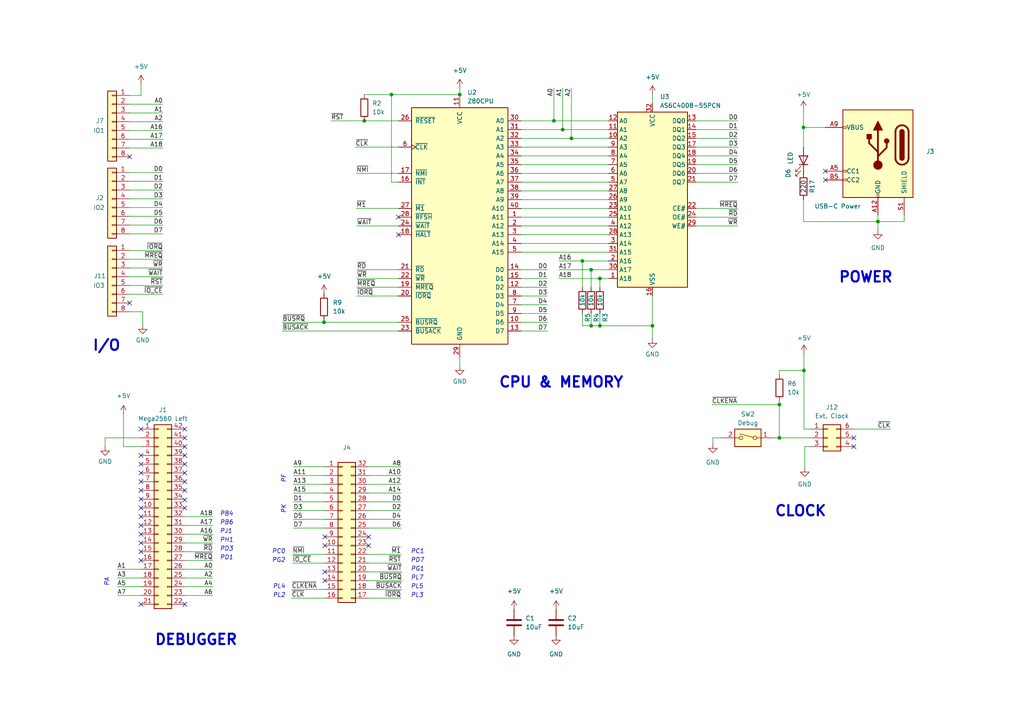
<source format=kicad_sch>
(kicad_sch (version 20230121) (generator eeschema)
  (paper "A4")
  (lib_symbols
    (symbol "CPU:Z80CPU" (pin_names (offset 1.016))
      (property "Reference" "U" (at -13.97 35.56 0))
      (property "Value" "Z80CPU" (at 6.35 35.56 0))
      (symbol "Z80CPU_0_1"
        (rectangle (start -13.97 34.29) (end 13.97 -34.29) (stroke (width 0.254)) (fill (type background)))
      )
      (symbol "Z80CPU_1_1"
        (pin output line (at 17.78 2.54 180) (length 3.81) (name "A11") (number "1"))
        (pin bidirectional line (at 17.78 -27.94 180) (length 3.81) (name "D6") (number "10"))
        (pin power_in line (at 0 38.1 270) (length 3.81) (name "VCC") (number "11"))
        (pin bidirectional line (at 17.78 -17.78 180) (length 3.81) (name "D2") (number "12"))
        (pin bidirectional line (at 17.78 -30.48 180) (length 3.81) (name "D7") (number "13"))
        (pin bidirectional line (at 17.78 -12.7 180) (length 3.81) (name "D0") (number "14"))
        (pin bidirectional line (at 17.78 -15.24 180) (length 3.81) (name "D1") (number "15"))
        (pin input line (at -17.78 12.7 0) (length 3.81) (name "~{INT}") (number "16"))
        (pin input line (at -17.78 15.24 0) (length 3.81) (name "~{NMI}") (number "17"))
        (pin output line (at -17.78 -2.54 0) (length 3.81) (name "~{HALT}") (number "18"))
        (pin output line (at -17.78 -17.78 0) (length 3.81) (name "~{MREQ}") (number "19"))
        (pin output line (at 17.78 0 180) (length 3.81) (name "A12") (number "2"))
        (pin output line (at -17.78 -20.32 0) (length 3.81) (name "~{IORQ}") (number "20"))
        (pin output line (at -17.78 -12.7 0) (length 3.81) (name "~{RD}") (number "21"))
        (pin output line (at -17.78 -15.24 0) (length 3.81) (name "~{WR}") (number "22"))
        (pin output line (at -17.78 -30.48 0) (length 3.81) (name "~{BUSACK}") (number "23"))
        (pin input line (at -17.78 0 0) (length 3.81) (name "~{WAIT}") (number "24"))
        (pin input line (at -17.78 -27.94 0) (length 3.81) (name "~{BUSRQ}") (number "25"))
        (pin input line (at -17.78 30.48 0) (length 3.81) (name "~{RESET}") (number "26"))
        (pin output line (at -17.78 5.08 0) (length 3.81) (name "~{M1}") (number "27"))
        (pin output line (at -17.78 2.54 0) (length 3.81) (name "~{RFSH}") (number "28"))
        (pin power_in line (at 0 -38.1 90) (length 3.81) (name "GND") (number "29"))
        (pin output line (at 17.78 -2.54 180) (length 3.81) (name "A13") (number "3"))
        (pin output line (at 17.78 30.48 180) (length 3.81) (name "A0") (number "30"))
        (pin output line (at 17.78 27.94 180) (length 3.81) (name "A1") (number "31"))
        (pin output line (at 17.78 25.4 180) (length 3.81) (name "A2") (number "32"))
        (pin output line (at 17.78 22.86 180) (length 3.81) (name "A3") (number "33"))
        (pin output line (at 17.78 20.32 180) (length 3.81) (name "A4") (number "34"))
        (pin output line (at 17.78 17.78 180) (length 3.81) (name "A5") (number "35"))
        (pin output line (at 17.78 15.24 180) (length 3.81) (name "A6") (number "36"))
        (pin output line (at 17.78 12.7 180) (length 3.81) (name "A7") (number "37"))
        (pin output line (at 17.78 10.16 180) (length 3.81) (name "A8") (number "38"))
        (pin output line (at 17.78 7.62 180) (length 3.81) (name "A9") (number "39"))
        (pin output line (at 17.78 -5.08 180) (length 3.81) (name "A14") (number "4"))
        (pin output line (at 17.78 5.08 180) (length 3.81) (name "A10") (number "40"))
        (pin output line (at 17.78 -7.62 180) (length 3.81) (name "A15") (number "5"))
        (pin input clock (at -17.78 22.86 0) (length 3.81) (name "~{CLK}") (number "6"))
        (pin bidirectional line (at 17.78 -22.86 180) (length 3.81) (name "D4") (number "7"))
        (pin bidirectional line (at 17.78 -20.32 180) (length 3.81) (name "D3") (number "8"))
        (pin bidirectional line (at 17.78 -25.4 180) (length 3.81) (name "D5") (number "9"))
      )
    )
    (symbol "Connector:USB_C_Receptacle_PowerOnly_6P" (pin_names (offset 1.016))
      (property "Reference" "J" (at 0 16.51 0))
      (property "Value" "USB_C_Receptacle_PowerOnly_6P" (at 0 13.97 0))
      (symbol "USB_C_Receptacle_PowerOnly_6P_0_0"
        (rectangle (start -0.254 -12.7) (end 0.254 -11.684))
        (rectangle (start 10.16 -7.366) (end 9.144 -7.874))
        (rectangle (start 10.16 -4.826) (end 9.144 -5.334))
        (rectangle (start 10.16 7.874) (end 9.144 7.366))
      )
      (symbol "USB_C_Receptacle_PowerOnly_6P_0_1"
        (rectangle (start -10.16 12.7) (end 10.16 -12.7) (stroke (width 0.254)) (fill (type background)))
        (arc (start -8.89 -1.27) (mid -6.985 -3.1667) (end -5.08 -1.27) (stroke (width 0.508)))
        (arc (start -7.62 -1.27) (mid -6.985 -1.9023) (end -6.35 -1.27) (stroke (width 0.254)))
        (arc (start -7.62 -1.27) (mid -6.985 -1.9023) (end -6.35 -1.27) (stroke (width 0.254)) (fill (type outline)))
        (rectangle (start -7.62 -1.27) (end -6.35 6.35) (stroke (width 0.254)) (fill (type outline)))
        (arc (start -6.35 6.35) (mid -6.985 6.9823) (end -7.62 6.35) (stroke (width 0.254)))
        (arc (start -6.35 6.35) (mid -6.985 6.9823) (end -7.62 6.35) (stroke (width 0.254)) (fill (type outline)))
        (arc (start -5.08 6.35) (mid -6.985 8.2467) (end -8.89 6.35) (stroke (width 0.508)))
        (circle (center -2.54 3.683) (radius 0.635) (stroke (width 0.254)) (fill (type outline)))
        (circle (center 0 -3.302) (radius 1.27) (fill (type outline)))
        (polyline (pts (xy -8.89 -1.27) (xy -8.89 6.35)) (stroke (width 0.508)))
        (polyline (pts (xy -5.08 6.35) (xy -5.08 -1.27)) (stroke (width 0.508)))
        (polyline (pts (xy 0 -3.302) (xy 0 6.858)) (stroke (width 0.508)))
        (polyline (pts (xy 0 -0.762) (xy -2.54 1.778) (xy -2.54 3.048)) (stroke (width 0.508)))
        (polyline (pts (xy 0 0.508) (xy 2.54 3.048) (xy 2.54 4.318)) (stroke (width 0.508)))
        (polyline (pts (xy -1.27 6.858) (xy 0 9.398) (xy 1.27 6.858) (xy -1.27 6.858)) (stroke (width 0.254)) (fill (type outline)))
        (rectangle (start 1.905 4.318) (end 3.175 5.588) (stroke (width 0.254)) (fill (type outline)))
      )
      (symbol "USB_C_Receptacle_PowerOnly_6P_1_1"
        (pin passive line (at 0 -17.78 90) (length 5.08) (name "GND") (number "A12"))
        (pin bidirectional line (at 15.24 -5.08 180) (length 5.08) (name "CC1") (number "A5"))
        (pin passive line (at 15.24 7.62 180) (length 5.08) (name "VBUS") (number "A9"))
        (pin passive line (at 0 -17.78 90) (length 5.08) hide (name "GND") (number "B12"))
        (pin bidirectional line (at 15.24 -7.62 180) (length 5.08) (name "CC2") (number "B5"))
        (pin passive line (at 15.24 7.62 180) (length 5.08) hide (name "VBUS") (number "B9"))
        (pin passive line (at -7.62 -17.78 90) (length 5.08) (name "SHIELD") (number "S1"))
      )
    )
    (symbol "Connector_Generic:Conn_01x08" (pin_names (offset 1.016) hide)
      (property "Reference" "J" (at 0 10.16 0))
      (property "Value" "Conn_01x08" (at 0 -12.7 0))
      (symbol "Conn_01x08_1_1"
        (rectangle (start -1.27 -10.033) (end 0 -10.287) (stroke (width 0.1524)))
        (rectangle (start -1.27 -7.493) (end 0 -7.747) (stroke (width 0.1524)))
        (rectangle (start -1.27 -4.953) (end 0 -5.207) (stroke (width 0.1524)))
        (rectangle (start -1.27 -2.413) (end 0 -2.667) (stroke (width 0.1524)))
        (rectangle (start -1.27 0.127) (end 0 -0.127) (stroke (width 0.1524)))
        (rectangle (start -1.27 2.667) (end 0 2.413) (stroke (width 0.1524)))
        (rectangle (start -1.27 5.207) (end 0 4.953) (stroke (width 0.1524)))
        (rectangle (start -1.27 7.747) (end 0 7.493) (stroke (width 0.1524)))
        (rectangle (start -1.27 8.89) (end 1.27 -11.43) (stroke (width 0.254)) (fill (type background)))
        (pin passive line (at -5.08 7.62 0) (length 3.81) (name "Pin_1") (number "1"))
        (pin passive line (at -5.08 5.08 0) (length 3.81) (name "Pin_2") (number "2"))
        (pin passive line (at -5.08 2.54 0) (length 3.81) (name "Pin_3") (number "3"))
        (pin passive line (at -5.08 0 0) (length 3.81) (name "Pin_4") (number "4"))
        (pin passive line (at -5.08 -2.54 0) (length 3.81) (name "Pin_5") (number "5"))
        (pin passive line (at -5.08 -5.08 0) (length 3.81) (name "Pin_6") (number "6"))
        (pin passive line (at -5.08 -7.62 0) (length 3.81) (name "Pin_7") (number "7"))
        (pin passive line (at -5.08 -10.16 0) (length 3.81) (name "Pin_8") (number "8"))
      )
    )
    (symbol "Connector_Generic:Conn_02x03_Counter_Clockwise" (pin_names (offset 1.016) hide)
      (property "Reference" "J" (at 1.27 5.08 0))
      (property "Value" "Conn_02x03_Counter_Clockwise" (at 1.27 -5.08 0))
      (symbol "Conn_02x03_Counter_Clockwise_1_1"
        (rectangle (start -1.27 -2.413) (end 0 -2.667) (stroke (width 0.1524)))
        (rectangle (start -1.27 0.127) (end 0 -0.127) (stroke (width 0.1524)))
        (rectangle (start -1.27 2.667) (end 0 2.413) (stroke (width 0.1524)))
        (rectangle (start -1.27 3.81) (end 3.81 -3.81) (stroke (width 0.254)) (fill (type background)))
        (rectangle (start 3.81 -2.413) (end 2.54 -2.667) (stroke (width 0.1524)))
        (rectangle (start 3.81 0.127) (end 2.54 -0.127) (stroke (width 0.1524)))
        (rectangle (start 3.81 2.667) (end 2.54 2.413) (stroke (width 0.1524)))
        (pin passive line (at -5.08 2.54 0) (length 3.81) (name "Pin_1") (number "1"))
        (pin passive line (at -5.08 0 0) (length 3.81) (name "Pin_2") (number "2"))
        (pin passive line (at -5.08 -2.54 0) (length 3.81) (name "Pin_3") (number "3"))
        (pin passive line (at 7.62 -2.54 180) (length 3.81) (name "Pin_4") (number "4"))
        (pin passive line (at 7.62 0 180) (length 3.81) (name "Pin_5") (number "5"))
        (pin passive line (at 7.62 2.54 180) (length 3.81) (name "Pin_6") (number "6"))
      )
    )
    (symbol "Connector_Generic:Conn_02x16_Counter_Clockwise" (pin_names (offset 1.016) hide)
      (property "Reference" "J" (at 1.27 20.32 0))
      (property "Value" "Conn_02x16_Counter_Clockwise" (at 1.27 -22.86 0))
      (symbol "Conn_02x16_Counter_Clockwise_1_1"
        (rectangle (start -1.27 -20.193) (end 0 -20.447) (stroke (width 0.1524)))
        (rectangle (start -1.27 -17.653) (end 0 -17.907) (stroke (width 0.1524)))
        (rectangle (start -1.27 -15.113) (end 0 -15.367) (stroke (width 0.1524)))
        (rectangle (start -1.27 -12.573) (end 0 -12.827) (stroke (width 0.1524)))
        (rectangle (start -1.27 -10.033) (end 0 -10.287) (stroke (width 0.1524)))
        (rectangle (start -1.27 -7.493) (end 0 -7.747) (stroke (width 0.1524)))
        (rectangle (start -1.27 -4.953) (end 0 -5.207) (stroke (width 0.1524)))
        (rectangle (start -1.27 -2.413) (end 0 -2.667) (stroke (width 0.1524)))
        (rectangle (start -1.27 0.127) (end 0 -0.127) (stroke (width 0.1524)))
        (rectangle (start -1.27 2.667) (end 0 2.413) (stroke (width 0.1524)))
        (rectangle (start -1.27 5.207) (end 0 4.953) (stroke (width 0.1524)))
        (rectangle (start -1.27 7.747) (end 0 7.493) (stroke (width 0.1524)))
        (rectangle (start -1.27 10.287) (end 0 10.033) (stroke (width 0.1524)))
        (rectangle (start -1.27 12.827) (end 0 12.573) (stroke (width 0.1524)))
        (rectangle (start -1.27 15.367) (end 0 15.113) (stroke (width 0.1524)))
        (rectangle (start -1.27 17.907) (end 0 17.653) (stroke (width 0.1524)))
        (rectangle (start -1.27 19.05) (end 3.81 -21.59) (stroke (width 0.254)) (fill (type background)))
        (rectangle (start 3.81 -20.193) (end 2.54 -20.447) (stroke (width 0.1524)))
        (rectangle (start 3.81 -17.653) (end 2.54 -17.907) (stroke (width 0.1524)))
        (rectangle (start 3.81 -15.113) (end 2.54 -15.367) (stroke (width 0.1524)))
        (rectangle (start 3.81 -12.573) (end 2.54 -12.827) (stroke (width 0.1524)))
        (rectangle (start 3.81 -10.033) (end 2.54 -10.287) (stroke (width 0.1524)))
        (rectangle (start 3.81 -7.493) (end 2.54 -7.747) (stroke (width 0.1524)))
        (rectangle (start 3.81 -4.953) (end 2.54 -5.207) (stroke (width 0.1524)))
        (rectangle (start 3.81 -2.413) (end 2.54 -2.667) (stroke (width 0.1524)))
        (rectangle (start 3.81 0.127) (end 2.54 -0.127) (stroke (width 0.1524)))
        (rectangle (start 3.81 2.667) (end 2.54 2.413) (stroke (width 0.1524)))
        (rectangle (start 3.81 5.207) (end 2.54 4.953) (stroke (width 0.1524)))
        (rectangle (start 3.81 7.747) (end 2.54 7.493) (stroke (width 0.1524)))
        (rectangle (start 3.81 10.287) (end 2.54 10.033) (stroke (width 0.1524)))
        (rectangle (start 3.81 12.827) (end 2.54 12.573) (stroke (width 0.1524)))
        (rectangle (start 3.81 15.367) (end 2.54 15.113) (stroke (width 0.1524)))
        (rectangle (start 3.81 17.907) (end 2.54 17.653) (stroke (width 0.1524)))
        (pin passive line (at -5.08 17.78 0) (length 3.81) (name "Pin_1") (number "1"))
        (pin passive line (at -5.08 -5.08 0) (length 3.81) (name "Pin_10") (number "10"))
        (pin passive line (at -5.08 -7.62 0) (length 3.81) (name "Pin_11") (number "11"))
        (pin passive line (at -5.08 -10.16 0) (length 3.81) (name "Pin_12") (number "12"))
        (pin passive line (at -5.08 -12.7 0) (length 3.81) (name "Pin_13") (number "13"))
        (pin passive line (at -5.08 -15.24 0) (length 3.81) (name "Pin_14") (number "14"))
        (pin passive line (at -5.08 -17.78 0) (length 3.81) (name "Pin_15") (number "15"))
        (pin passive line (at -5.08 -20.32 0) (length 3.81) (name "Pin_16") (number "16"))
        (pin passive line (at 7.62 -20.32 180) (length 3.81) (name "Pin_17") (number "17"))
        (pin passive line (at 7.62 -17.78 180) (length 3.81) (name "Pin_18") (number "18"))
        (pin passive line (at 7.62 -15.24 180) (length 3.81) (name "Pin_19") (number "19"))
        (pin passive line (at -5.08 15.24 0) (length 3.81) (name "Pin_2") (number "2"))
        (pin passive line (at 7.62 -12.7 180) (length 3.81) (name "Pin_20") (number "20"))
        (pin passive line (at 7.62 -10.16 180) (length 3.81) (name "Pin_21") (number "21"))
        (pin passive line (at 7.62 -7.62 180) (length 3.81) (name "Pin_22") (number "22"))
        (pin passive line (at 7.62 -5.08 180) (length 3.81) (name "Pin_23") (number "23"))
        (pin passive line (at 7.62 -2.54 180) (length 3.81) (name "Pin_24") (number "24"))
        (pin passive line (at 7.62 0 180) (length 3.81) (name "Pin_25") (number "25"))
        (pin passive line (at 7.62 2.54 180) (length 3.81) (name "Pin_26") (number "26"))
        (pin passive line (at 7.62 5.08 180) (length 3.81) (name "Pin_27") (number "27"))
        (pin passive line (at 7.62 7.62 180) (length 3.81) (name "Pin_28") (number "28"))
        (pin passive line (at 7.62 10.16 180) (length 3.81) (name "Pin_29") (number "29"))
        (pin passive line (at -5.08 12.7 0) (length 3.81) (name "Pin_3") (number "3"))
        (pin passive line (at 7.62 12.7 180) (length 3.81) (name "Pin_30") (number "30"))
        (pin passive line (at 7.62 15.24 180) (length 3.81) (name "Pin_31") (number "31"))
        (pin passive line (at 7.62 17.78 180) (length 3.81) (name "Pin_32") (number "32"))
        (pin passive line (at -5.08 10.16 0) (length 3.81) (name "Pin_4") (number "4"))
        (pin passive line (at -5.08 7.62 0) (length 3.81) (name "Pin_5") (number "5"))
        (pin passive line (at -5.08 5.08 0) (length 3.81) (name "Pin_6") (number "6"))
        (pin passive line (at -5.08 2.54 0) (length 3.81) (name "Pin_7") (number "7"))
        (pin passive line (at -5.08 0 0) (length 3.81) (name "Pin_8") (number "8"))
        (pin passive line (at -5.08 -2.54 0) (length 3.81) (name "Pin_9") (number "9"))
      )
    )
    (symbol "Connector_Generic:Conn_02x21_Counter_Clockwise" (pin_names (offset 1.016) hide)
      (property "Reference" "J" (at 1.27 27.94 0))
      (property "Value" "Conn_02x21_Counter_Clockwise" (at 1.27 -27.94 0))
      (symbol "Conn_02x21_Counter_Clockwise_1_1"
        (rectangle (start -1.27 -25.273) (end 0 -25.527) (stroke (width 0.1524)))
        (rectangle (start -1.27 -22.733) (end 0 -22.987) (stroke (width 0.1524)))
        (rectangle (start -1.27 -20.193) (end 0 -20.447) (stroke (width 0.1524)))
        (rectangle (start -1.27 -17.653) (end 0 -17.907) (stroke (width 0.1524)))
        (rectangle (start -1.27 -15.113) (end 0 -15.367) (stroke (width 0.1524)))
        (rectangle (start -1.27 -12.573) (end 0 -12.827) (stroke (width 0.1524)))
        (rectangle (start -1.27 -10.033) (end 0 -10.287) (stroke (width 0.1524)))
        (rectangle (start -1.27 -7.493) (end 0 -7.747) (stroke (width 0.1524)))
        (rectangle (start -1.27 -4.953) (end 0 -5.207) (stroke (width 0.1524)))
        (rectangle (start -1.27 -2.413) (end 0 -2.667) (stroke (width 0.1524)))
        (rectangle (start -1.27 0.127) (end 0 -0.127) (stroke (width 0.1524)))
        (rectangle (start -1.27 2.667) (end 0 2.413) (stroke (width 0.1524)))
        (rectangle (start -1.27 5.207) (end 0 4.953) (stroke (width 0.1524)))
        (rectangle (start -1.27 7.747) (end 0 7.493) (stroke (width 0.1524)))
        (rectangle (start -1.27 10.287) (end 0 10.033) (stroke (width 0.1524)))
        (rectangle (start -1.27 12.827) (end 0 12.573) (stroke (width 0.1524)))
        (rectangle (start -1.27 15.367) (end 0 15.113) (stroke (width 0.1524)))
        (rectangle (start -1.27 17.907) (end 0 17.653) (stroke (width 0.1524)))
        (rectangle (start -1.27 20.447) (end 0 20.193) (stroke (width 0.1524)))
        (rectangle (start -1.27 22.987) (end 0 22.733) (stroke (width 0.1524)))
        (rectangle (start -1.27 25.527) (end 0 25.273) (stroke (width 0.1524)))
        (rectangle (start -1.27 26.67) (end 3.81 -26.67) (stroke (width 0.254)) (fill (type background)))
        (rectangle (start 3.81 -25.273) (end 2.54 -25.527) (stroke (width 0.1524)))
        (rectangle (start 3.81 -22.733) (end 2.54 -22.987) (stroke (width 0.1524)))
        (rectangle (start 3.81 -20.193) (end 2.54 -20.447) (stroke (width 0.1524)))
        (rectangle (start 3.81 -17.653) (end 2.54 -17.907) (stroke (width 0.1524)))
        (rectangle (start 3.81 -15.113) (end 2.54 -15.367) (stroke (width 0.1524)))
        (rectangle (start 3.81 -12.573) (end 2.54 -12.827) (stroke (width 0.1524)))
        (rectangle (start 3.81 -10.033) (end 2.54 -10.287) (stroke (width 0.1524)))
        (rectangle (start 3.81 -7.493) (end 2.54 -7.747) (stroke (width 0.1524)))
        (rectangle (start 3.81 -4.953) (end 2.54 -5.207) (stroke (width 0.1524)))
        (rectangle (start 3.81 -2.413) (end 2.54 -2.667) (stroke (width 0.1524)))
        (rectangle (start 3.81 0.127) (end 2.54 -0.127) (stroke (width 0.1524)))
        (rectangle (start 3.81 2.667) (end 2.54 2.413) (stroke (width 0.1524)))
        (rectangle (start 3.81 5.207) (end 2.54 4.953) (stroke (width 0.1524)))
        (rectangle (start 3.81 7.747) (end 2.54 7.493) (stroke (width 0.1524)))
        (rectangle (start 3.81 10.287) (end 2.54 10.033) (stroke (width 0.1524)))
        (rectangle (start 3.81 12.827) (end 2.54 12.573) (stroke (width 0.1524)))
        (rectangle (start 3.81 15.367) (end 2.54 15.113) (stroke (width 0.1524)))
        (rectangle (start 3.81 17.907) (end 2.54 17.653) (stroke (width 0.1524)))
        (rectangle (start 3.81 20.447) (end 2.54 20.193) (stroke (width 0.1524)))
        (rectangle (start 3.81 22.987) (end 2.54 22.733) (stroke (width 0.1524)))
        (rectangle (start 3.81 25.527) (end 2.54 25.273) (stroke (width 0.1524)))
        (pin passive line (at -5.08 25.4 0) (length 3.81) (name "Pin_1") (number "1"))
        (pin passive line (at -5.08 2.54 0) (length 3.81) (name "Pin_10") (number "10"))
        (pin passive line (at -5.08 0 0) (length 3.81) (name "Pin_11") (number "11"))
        (pin passive line (at -5.08 -2.54 0) (length 3.81) (name "Pin_12") (number "12"))
        (pin passive line (at -5.08 -5.08 0) (length 3.81) (name "Pin_13") (number "13"))
        (pin passive line (at -5.08 -7.62 0) (length 3.81) (name "Pin_14") (number "14"))
        (pin passive line (at -5.08 -10.16 0) (length 3.81) (name "Pin_15") (number "15"))
        (pin passive line (at -5.08 -12.7 0) (length 3.81) (name "Pin_16") (number "16"))
        (pin passive line (at -5.08 -15.24 0) (length 3.81) (name "Pin_17") (number "17"))
        (pin passive line (at -5.08 -17.78 0) (length 3.81) (name "Pin_18") (number "18"))
        (pin passive line (at -5.08 -20.32 0) (length 3.81) (name "Pin_19") (number "19"))
        (pin passive line (at -5.08 22.86 0) (length 3.81) (name "Pin_2") (number "2"))
        (pin passive line (at -5.08 -22.86 0) (length 3.81) (name "Pin_20") (number "20"))
        (pin passive line (at -5.08 -25.4 0) (length 3.81) (name "Pin_21") (number "21"))
        (pin passive line (at 7.62 -25.4 180) (length 3.81) (name "Pin_22") (number "22"))
        (pin passive line (at 7.62 -22.86 180) (length 3.81) (name "Pin_23") (number "23"))
        (pin passive line (at 7.62 -20.32 180) (length 3.81) (name "Pin_24") (number "24"))
        (pin passive line (at 7.62 -17.78 180) (length 3.81) (name "Pin_25") (number "25"))
        (pin passive line (at 7.62 -15.24 180) (length 3.81) (name "Pin_26") (number "26"))
        (pin passive line (at 7.62 -12.7 180) (length 3.81) (name "Pin_27") (number "27"))
        (pin passive line (at 7.62 -10.16 180) (length 3.81) (name "Pin_28") (number "28"))
        (pin passive line (at 7.62 -7.62 180) (length 3.81) (name "Pin_29") (number "29"))
        (pin passive line (at -5.08 20.32 0) (length 3.81) (name "Pin_3") (number "3"))
        (pin passive line (at 7.62 -5.08 180) (length 3.81) (name "Pin_30") (number "30"))
        (pin passive line (at 7.62 -2.54 180) (length 3.81) (name "Pin_31") (number "31"))
        (pin passive line (at 7.62 0 180) (length 3.81) (name "Pin_32") (number "32"))
        (pin passive line (at 7.62 2.54 180) (length 3.81) (name "Pin_33") (number "33"))
        (pin passive line (at 7.62 5.08 180) (length 3.81) (name "Pin_34") (number "34"))
        (pin passive line (at 7.62 7.62 180) (length 3.81) (name "Pin_35") (number "35"))
        (pin passive line (at 7.62 10.16 180) (length 3.81) (name "Pin_36") (number "36"))
        (pin passive line (at 7.62 12.7 180) (length 3.81) (name "Pin_37") (number "37"))
        (pin passive line (at 7.62 15.24 180) (length 3.81) (name "Pin_38") (number "38"))
        (pin passive line (at 7.62 17.78 180) (length 3.81) (name "Pin_39") (number "39"))
        (pin passive line (at -5.08 17.78 0) (length 3.81) (name "Pin_4") (number "4"))
        (pin passive line (at 7.62 20.32 180) (length 3.81) (name "Pin_40") (number "40"))
        (pin passive line (at 7.62 22.86 180) (length 3.81) (name "Pin_41") (number "41"))
        (pin passive line (at 7.62 25.4 180) (length 3.81) (name "Pin_42") (number "42"))
        (pin passive line (at -5.08 15.24 0) (length 3.81) (name "Pin_5") (number "5"))
        (pin passive line (at -5.08 12.7 0) (length 3.81) (name "Pin_6") (number "6"))
        (pin passive line (at -5.08 10.16 0) (length 3.81) (name "Pin_7") (number "7"))
        (pin passive line (at -5.08 7.62 0) (length 3.81) (name "Pin_8") (number "8"))
        (pin passive line (at -5.08 5.08 0) (length 3.81) (name "Pin_9") (number "9"))
      )
    )
    (symbol "Device:C" (pin_numbers hide) (pin_names (offset 0.254))
      (property "Reference" "C" (at 0.635 2.54 0))
      (property "Value" "C" (at 0.635 -2.54 0))
      (symbol "C_0_1"
        (polyline (pts (xy -2.032 -0.762) (xy 2.032 -0.762)) (stroke (width 0.508)))
        (polyline (pts (xy -2.032 0.762) (xy 2.032 0.762)) (stroke (width 0.508)))
      )
      (symbol "C_1_1"
        (pin passive line (at 0 3.81 270) (length 2.794) (name "~") (number "1"))
        (pin passive line (at 0 -3.81 90) (length 2.794) (name "~") (number "2"))
      )
    )
    (symbol "Device:LED" (pin_numbers hide) (pin_names (offset 1.016) hide)
      (property "Reference" "D" (at 0 2.54 0))
      (property "Value" "LED" (at 0 -2.54 0))
      (symbol "LED_0_1"
        (polyline (pts (xy -1.27 -1.27) (xy -1.27 1.27)) (stroke (width 0.254)))
        (polyline (pts (xy -1.27 0) (xy 1.27 0)))
        (polyline (pts (xy 1.27 -1.27) (xy 1.27 1.27) (xy -1.27 0) (xy 1.27 -1.27)) (stroke (width 0.254)))
        (polyline (pts (xy -3.048 -0.762) (xy -4.572 -2.286) (xy -3.81 -2.286) (xy -4.572 -2.286) (xy -4.572 -1.524)))
        (polyline (pts (xy -1.778 -0.762) (xy -3.302 -2.286) (xy -2.54 -2.286) (xy -3.302 -2.286) (xy -3.302 -1.524)))
      )
      (symbol "LED_1_1"
        (pin passive line (at -3.81 0 0) (length 2.54) (name "K") (number "1"))
        (pin passive line (at 3.81 0 180) (length 2.54) (name "A") (number "2"))
      )
    )
    (symbol "Device:R" (pin_numbers hide) (pin_names (offset 0))
      (property "Reference" "R" (at 2.032 0 90))
      (property "Value" "R" (at 0 0 90))
      (symbol "R_0_1"
        (rectangle (start -1.016 -2.54) (end 1.016 2.54) (stroke (width 0.254)))
      )
      (symbol "R_1_1"
        (pin passive line (at 0 3.81 270) (length 1.27) (name "~") (number "1"))
        (pin passive line (at 0 -3.81 90) (length 1.27) (name "~") (number "2"))
      )
    )
    (symbol "Memory_RAM:AS6C4008-55PCN"
      (property "Reference" "U" (at -10.16 26.035 0))
      (property "Value" "AS6C4008-55PCN" (at 2.54 26.035 0))
      (symbol "AS6C4008-55PCN_0_0"
        (pin power_in line (at 0 -27.94 90) (length 2.54) (name "VSS") (number "16"))
        (pin power_in line (at 0 27.94 270) (length 2.54) (name "VCC") (number "32"))
      )
      (symbol "AS6C4008-55PCN_0_1"
        (rectangle (start -10.16 25.4) (end 10.16 -25.4) (stroke (width 0.254)) (fill (type background)))
      )
      (symbol "AS6C4008-55PCN_1_1"
        (pin input line (at -12.7 -22.86 0) (length 2.54) (name "A18") (number "1"))
        (pin input line (at -12.7 17.78 0) (length 2.54) (name "A2") (number "10"))
        (pin input line (at -12.7 20.32 0) (length 2.54) (name "A1") (number "11"))
        (pin input line (at -12.7 22.86 0) (length 2.54) (name "A0") (number "12"))
        (pin tri_state line (at 12.7 22.86 180) (length 2.54) (name "DQ0") (number "13"))
        (pin tri_state line (at 12.7 20.32 180) (length 2.54) (name "DQ1") (number "14"))
        (pin tri_state line (at 12.7 17.78 180) (length 2.54) (name "DQ2") (number "15"))
        (pin tri_state line (at 12.7 15.24 180) (length 2.54) (name "DQ3") (number "17"))
        (pin tri_state line (at 12.7 12.7 180) (length 2.54) (name "DQ4") (number "18"))
        (pin tri_state line (at 12.7 10.16 180) (length 2.54) (name "DQ5") (number "19"))
        (pin input line (at -12.7 -17.78 0) (length 2.54) (name "A16") (number "2"))
        (pin tri_state line (at 12.7 7.62 180) (length 2.54) (name "DQ6") (number "20"))
        (pin tri_state line (at 12.7 5.08 180) (length 2.54) (name "DQ7") (number "21"))
        (pin input line (at 12.7 -2.54 180) (length 2.54) (name "CE#") (number "22"))
        (pin input line (at -12.7 -2.54 0) (length 2.54) (name "A10") (number "23"))
        (pin input line (at 12.7 -5.08 180) (length 2.54) (name "OE#") (number "24"))
        (pin input line (at -12.7 -5.08 0) (length 2.54) (name "A11") (number "25"))
        (pin input line (at -12.7 0 0) (length 2.54) (name "A9") (number "26"))
        (pin input line (at -12.7 2.54 0) (length 2.54) (name "A8") (number "27"))
        (pin input line (at -12.7 -10.16 0) (length 2.54) (name "A13") (number "28"))
        (pin input line (at 12.7 -7.62 180) (length 2.54) (name "WE#") (number "29"))
        (pin input line (at -12.7 -12.7 0) (length 2.54) (name "A14") (number "3"))
        (pin input line (at -12.7 -20.32 0) (length 2.54) (name "A17") (number "30"))
        (pin input line (at -12.7 -15.24 0) (length 2.54) (name "A15") (number "31"))
        (pin input line (at -12.7 -7.62 0) (length 2.54) (name "A12") (number "4"))
        (pin input line (at -12.7 5.08 0) (length 2.54) (name "A7") (number "5"))
        (pin input line (at -12.7 7.62 0) (length 2.54) (name "A6") (number "6"))
        (pin input line (at -12.7 10.16 0) (length 2.54) (name "A5") (number "7"))
        (pin input line (at -12.7 12.7 0) (length 2.54) (name "A4") (number "8"))
        (pin input line (at -12.7 15.24 0) (length 2.54) (name "A3") (number "9"))
      )
    )
    (symbol "Switch:SW_DIP_x01" (pin_names (offset 0) hide)
      (property "Reference" "SW" (at 0 3.81 0))
      (property "Value" "SW_DIP_x01" (at 0 -3.81 0))
      (symbol "SW_DIP_x01_0_0"
        (circle (center -2.032 0) (radius 0.508))
        (polyline (pts (xy -1.524 0.127) (xy 2.3622 1.1684)))
        (circle (center 2.032 0) (radius 0.508))
      )
      (symbol "SW_DIP_x01_0_1"
        (rectangle (start -3.81 2.54) (end 3.81 -2.54) (stroke (width 0.254)) (fill (type background)))
      )
      (symbol "SW_DIP_x01_1_1"
        (pin passive line (at -7.62 0 0) (length 5.08) (name "~") (number "1"))
        (pin passive line (at 7.62 0 180) (length 5.08) (name "~") (number "2"))
      )
    )
    (symbol "power:+5V" (power) (pin_names (offset 0))
      (property "Value" "+5V" (at 0 3.556 0))
      (symbol "+5V_0_1"
        (polyline (pts (xy -0.762 1.27) (xy 0 2.54)))
        (polyline (pts (xy 0 0) (xy 0 2.54)))
        (polyline (pts (xy 0 2.54) (xy 0.762 1.27)))
      )
      (symbol "+5V_1_1"
        (pin power_in line (at 0 0 90) (length 0) hide (name "+5V") (number "1"))
      )
    )
    (symbol "power:GND" (power) (pin_names (offset 0))
      (property "Value" "GND" (at 0 -3.81 0))
      (symbol "GND_0_1"
        (polyline (pts (xy 0 0) (xy 0 -1.27) (xy 1.27 -1.27) (xy 0 -2.54) (xy -1.27 -1.27) (xy 0 -1.27)))
      )
      (symbol "GND_1_1"
        (pin power_in line (at 0 0 270) (length 0) hide (name "GND") (number "1"))
      )
    )
  )
  (junction (at 226.06 117.348))
  (junction (at 171.45 78.232))
  (junction (at 163.195 37.592))
  (junction (at 133.35 27.432))
  (junction (at 113.538 27.432))
  (junction (at 105.664 35.052))
  (junction (at 93.98 93.472))
  (junction (at 173.99 80.772))
  (junction (at 173.99 94.488))
  (junction (at 168.91 75.692))
  (junction (at 254.635 64.262))
  (junction (at 233.045 36.957))
  (junction (at 160.655 35.052))
  (junction (at 165.735 40.132))
  (junction (at 226.06 127))
  (junction (at 233.172 107.442))
  (junction (at 171.45 94.488))
  (junction (at 189.23 94.488))
  (no_connect (at 106.934 158.242))
  (no_connect (at 40.894 134.62))
  (no_connect (at 40.894 175.26))
  (no_connect (at 94.234 168.402))
  (no_connect (at 40.894 149.86))
  (no_connect (at 53.594 124.46))
  (no_connect (at 37.592 87.884))
  (no_connect (at 40.894 154.94))
  (no_connect (at 40.894 152.4))
  (no_connect (at 40.894 144.78))
  (no_connect (at 53.594 147.32))
  (no_connect (at 115.57 62.992))
  (no_connect (at 37.592 45.466))
  (no_connect (at 40.894 142.24))
  (no_connect (at 40.894 157.48))
  (no_connect (at 94.234 158.242))
  (no_connect (at 94.234 155.702))
  (no_connect (at 40.894 132.08))
  (no_connect (at 94.234 165.862))
  (no_connect (at 239.395 49.657))
  (no_connect (at 53.594 129.54))
  (no_connect (at 239.395 52.197))
  (no_connect (at 40.894 139.7))
  (no_connect (at 53.594 134.62))
  (no_connect (at 106.934 155.702))
  (no_connect (at 53.594 137.16))
  (no_connect (at 53.594 145.034))
  (no_connect (at 115.57 68.072))
  (no_connect (at 40.894 147.32))
  (no_connect (at 40.894 124.46))
  (no_connect (at 53.594 175.26))
  (no_connect (at 53.594 142.24))
  (no_connect (at 40.894 162.56))
  (no_connect (at 40.894 160.02))
  (no_connect (at 53.594 132.08))
  (no_connect (at 247.65 127))
  (no_connect (at 53.594 127))
  (no_connect (at 53.594 139.7))
  (no_connect (at 40.894 137.16))
  (no_connect (at 247.65 129.54))
  (wire (pts (xy 151.13 90.932) (xy 158.75 90.932)))
  (wire (pts (xy 173.99 90.932) (xy 173.99 94.488)))
  (wire (pts (xy 151.13 80.772) (xy 158.75 80.772)))
  (wire (pts (xy 53.594 152.4) (xy 61.722 152.4)))
  (wire (pts (xy 116.332 140.462) (xy 106.934 140.462)))
  (wire (pts (xy 53.594 170.18) (xy 61.722 170.18)))
  (wire (pts (xy 106.934 160.782) (xy 116.332 160.782)))
  (wire (pts (xy 206.756 127) (xy 206.756 128.778)))
  (wire (pts (xy 176.53 55.372) (xy 151.13 55.372)))
  (wire (pts (xy 40.894 165.1) (xy 34.036 165.1)))
  (wire (pts (xy 93.98 93.472) (xy 115.57 93.472)))
  (wire (pts (xy 37.592 82.804) (xy 47.244 82.804)))
  (wire (pts (xy 116.332 173.482) (xy 106.934 173.482)))
  (wire (pts (xy 103.124 42.672) (xy 115.57 42.672)))
  (wire (pts (xy 53.594 149.86) (xy 61.722 149.86)))
  (wire (pts (xy 176.53 70.612) (xy 151.13 70.612)))
  (wire (pts (xy 173.99 94.488) (xy 189.23 94.488)))
  (wire (pts (xy 133.35 25.527) (xy 133.35 27.432)))
  (wire (pts (xy 168.91 75.692) (xy 176.53 75.692)))
  (wire (pts (xy 201.93 50.292) (xy 213.995 50.292)))
  (wire (pts (xy 162.052 78.232) (xy 171.45 78.232)))
  (wire (pts (xy 168.91 90.932) (xy 168.91 94.488)))
  (wire (pts (xy 116.586 168.402) (xy 106.934 168.402)))
  (wire (pts (xy 37.592 57.658) (xy 47.244 57.658)))
  (wire (pts (xy 61.722 157.48) (xy 53.594 157.48)))
  (wire (pts (xy 176.53 62.992) (xy 151.13 62.992)))
  (wire (pts (xy 176.53 68.072) (xy 151.13 68.072)))
  (wire (pts (xy 171.45 78.232) (xy 176.53 78.232)))
  (wire (pts (xy 233.172 107.442) (xy 233.172 124.46)))
  (wire (pts (xy 176.53 45.212) (xy 151.13 45.212)))
  (wire (pts (xy 103.505 78.232) (xy 115.57 78.232)))
  (wire (pts (xy 113.538 27.432) (xy 113.538 52.832)))
  (wire (pts (xy 37.592 85.344) (xy 47.244 85.344)))
  (wire (pts (xy 61.722 162.56) (xy 53.594 162.56)))
  (wire (pts (xy 103.505 65.532) (xy 115.57 65.532)))
  (wire (pts (xy 258.318 124.46) (xy 247.65 124.46)))
  (wire (pts (xy 85.09 153.162) (xy 94.234 153.162)))
  (wire (pts (xy 201.93 35.052) (xy 213.995 35.052)))
  (wire (pts (xy 233.045 31.877) (xy 233.045 36.957)))
  (wire (pts (xy 61.722 160.02) (xy 53.594 160.02)))
  (wire (pts (xy 53.594 167.64) (xy 61.722 167.64)))
  (wire (pts (xy 30.48 127) (xy 40.894 127)))
  (wire (pts (xy 201.93 40.132) (xy 213.995 40.132)))
  (wire (pts (xy 176.53 50.292) (xy 151.13 50.292)))
  (wire (pts (xy 105.664 27.432) (xy 113.538 27.432)))
  (wire (pts (xy 162.052 80.772) (xy 173.99 80.772)))
  (wire (pts (xy 103.378 50.292) (xy 115.57 50.292)))
  (wire (pts (xy 37.592 80.264) (xy 47.244 80.264)))
  (wire (pts (xy 84.836 160.782) (xy 94.234 160.782)))
  (wire (pts (xy 165.735 25.527) (xy 165.735 40.132)))
  (wire (pts (xy 30.48 127) (xy 30.48 129.54)))
  (wire (pts (xy 254.635 64.262) (xy 254.635 62.357)))
  (wire (pts (xy 133.35 103.632) (xy 133.35 106.172)))
  (wire (pts (xy 116.332 135.382) (xy 106.934 135.382)))
  (wire (pts (xy 233.045 57.912) (xy 233.045 64.262)))
  (wire (pts (xy 151.13 73.152) (xy 176.53 73.152)))
  (wire (pts (xy 85.09 137.922) (xy 94.234 137.922)))
  (wire (pts (xy 168.91 94.488) (xy 171.45 94.488)))
  (wire (pts (xy 96.012 35.052) (xy 105.664 35.052)))
  (wire (pts (xy 85.09 148.082) (xy 94.234 148.082)))
  (wire (pts (xy 176.53 57.912) (xy 151.13 57.912)))
  (wire (pts (xy 37.592 67.818) (xy 47.244 67.818)))
  (wire (pts (xy 262.255 64.262) (xy 262.255 62.357)))
  (wire (pts (xy 105.664 35.052) (xy 115.57 35.052)))
  (wire (pts (xy 37.592 77.724) (xy 47.244 77.724)))
  (wire (pts (xy 160.655 35.052) (xy 151.13 35.052)))
  (wire (pts (xy 40.894 24.384) (xy 40.894 27.686)))
  (wire (pts (xy 233.426 129.54) (xy 234.95 129.54)))
  (wire (pts (xy 116.332 153.162) (xy 106.934 153.162)))
  (wire (pts (xy 37.592 65.278) (xy 47.244 65.278)))
  (wire (pts (xy 151.13 85.852) (xy 158.75 85.852)))
  (wire (pts (xy 116.332 143.002) (xy 106.934 143.002)))
  (wire (pts (xy 233.045 36.957) (xy 239.395 36.957)))
  (wire (pts (xy 37.592 75.184) (xy 47.244 75.184)))
  (wire (pts (xy 233.426 135.636) (xy 233.426 129.54)))
  (wire (pts (xy 106.934 163.322) (xy 116.332 163.322)))
  (wire (pts (xy 35.814 129.54) (xy 40.894 129.54)))
  (wire (pts (xy 201.93 52.832) (xy 213.995 52.832)))
  (wire (pts (xy 213.995 60.452) (xy 201.93 60.452)))
  (wire (pts (xy 106.934 165.862) (xy 116.586 165.862)))
  (wire (pts (xy 160.655 25.527) (xy 160.655 35.052)))
  (wire (pts (xy 151.13 93.472) (xy 158.75 93.472)))
  (wire (pts (xy 201.93 37.592) (xy 213.995 37.592)))
  (wire (pts (xy 201.93 42.672) (xy 213.995 42.672)))
  (wire (pts (xy 103.505 80.772) (xy 115.57 80.772)))
  (wire (pts (xy 176.53 40.132) (xy 165.735 40.132)))
  (wire (pts (xy 176.53 60.452) (xy 151.13 60.452)))
  (wire (pts (xy 171.45 94.488) (xy 173.99 94.488)))
  (wire (pts (xy 94.234 145.542) (xy 85.09 145.542)))
  (wire (pts (xy 37.592 37.846) (xy 47.244 37.846)))
  (wire (pts (xy 176.53 52.832) (xy 151.13 52.832)))
  (wire (pts (xy 201.93 45.212) (xy 213.995 45.212)))
  (wire (pts (xy 189.23 85.852) (xy 189.23 94.488)))
  (wire (pts (xy 151.13 83.312) (xy 158.75 83.312)))
  (wire (pts (xy 189.23 27.432) (xy 189.23 29.972)))
  (wire (pts (xy 106.934 148.082) (xy 116.332 148.082)))
  (wire (pts (xy 37.592 55.118) (xy 47.244 55.118)))
  (wire (pts (xy 234.95 124.46) (xy 233.172 124.46)))
  (wire (pts (xy 116.332 137.922) (xy 106.934 137.922)))
  (wire (pts (xy 226.06 107.442) (xy 226.06 108.712)))
  (wire (pts (xy 53.594 154.94) (xy 61.722 154.94)))
  (wire (pts (xy 37.592 40.386) (xy 47.244 40.386)))
  (wire (pts (xy 254.635 64.262) (xy 262.255 64.262)))
  (wire (pts (xy 116.586 170.942) (xy 106.934 170.942)))
  (wire (pts (xy 85.09 150.622) (xy 94.234 150.622)))
  (wire (pts (xy 113.538 27.432) (xy 133.35 27.432)))
  (wire (pts (xy 163.195 37.592) (xy 151.13 37.592)))
  (wire (pts (xy 37.592 27.686) (xy 40.894 27.686)))
  (wire (pts (xy 226.06 117.348) (xy 226.06 127)))
  (wire (pts (xy 41.402 94.234) (xy 41.402 90.424)))
  (wire (pts (xy 213.995 62.992) (xy 201.93 62.992)))
  (wire (pts (xy 254.635 66.802) (xy 254.635 64.262)))
  (wire (pts (xy 171.45 78.232) (xy 171.45 83.312)))
  (wire (pts (xy 81.915 93.472) (xy 93.98 93.472)))
  (wire (pts (xy 213.995 65.532) (xy 201.93 65.532)))
  (wire (pts (xy 206.502 117.348) (xy 226.06 117.348)))
  (wire (pts (xy 176.53 65.532) (xy 151.13 65.532)))
  (wire (pts (xy 37.592 52.578) (xy 47.244 52.578)))
  (wire (pts (xy 168.91 75.692) (xy 168.91 83.312)))
  (wire (pts (xy 176.53 42.672) (xy 151.13 42.672)))
  (wire (pts (xy 226.06 107.442) (xy 233.172 107.442)))
  (wire (pts (xy 165.735 40.132) (xy 151.13 40.132)))
  (wire (pts (xy 37.592 62.738) (xy 47.244 62.738)))
  (wire (pts (xy 34.036 172.72) (xy 40.894 172.72)))
  (wire (pts (xy 151.13 88.392) (xy 158.75 88.392)))
  (wire (pts (xy 233.045 64.262) (xy 254.635 64.262)))
  (wire (pts (xy 84.582 170.942) (xy 94.234 170.942)))
  (wire (pts (xy 206.756 127) (xy 209.296 127)))
  (wire (pts (xy 106.934 145.542) (xy 116.332 145.542)))
  (wire (pts (xy 37.592 60.198) (xy 47.244 60.198)))
  (wire (pts (xy 226.06 117.348) (xy 226.06 116.332)))
  (wire (pts (xy 85.09 143.002) (xy 94.234 143.002)))
  (wire (pts (xy 151.13 96.012) (xy 158.75 96.012)))
  (wire (pts (xy 160.655 35.052) (xy 176.53 35.052)))
  (wire (pts (xy 113.538 52.832) (xy 115.57 52.832)))
  (wire (pts (xy 176.53 47.752) (xy 151.13 47.752)))
  (wire (pts (xy 103.378 60.452) (xy 115.57 60.452)))
  (wire (pts (xy 176.53 37.592) (xy 163.195 37.592)))
  (wire (pts (xy 233.045 36.957) (xy 233.045 42.672)))
  (wire (pts (xy 171.45 90.932) (xy 171.45 94.488)))
  (wire (pts (xy 103.505 85.852) (xy 115.57 85.852)))
  (wire (pts (xy 35.814 120.142) (xy 35.814 129.54)))
  (wire (pts (xy 224.536 127) (xy 226.06 127)))
  (wire (pts (xy 94.234 163.322) (xy 84.836 163.322)))
  (wire (pts (xy 116.332 150.622) (xy 106.934 150.622)))
  (wire (pts (xy 151.13 78.232) (xy 158.75 78.232)))
  (wire (pts (xy 163.195 25.527) (xy 163.195 37.592)))
  (wire (pts (xy 37.592 42.926) (xy 47.244 42.926)))
  (wire (pts (xy 93.98 93.472) (xy 93.98 92.837)))
  (wire (pts (xy 37.592 30.226) (xy 47.244 30.226)))
  (wire (pts (xy 53.594 165.1) (xy 61.722 165.1)))
  (wire (pts (xy 81.915 96.012) (xy 115.57 96.012)))
  (wire (pts (xy 226.06 127) (xy 234.95 127)))
  (wire (pts (xy 40.894 170.18) (xy 34.036 170.18)))
  (wire (pts (xy 189.23 94.488) (xy 189.23 98.298)))
  (wire (pts (xy 173.99 80.772) (xy 176.53 80.772)))
  (wire (pts (xy 103.505 83.312) (xy 115.57 83.312)))
  (wire (pts (xy 85.09 135.382) (xy 94.234 135.382)))
  (wire (pts (xy 41.402 90.424) (xy 37.592 90.424)))
  (wire (pts (xy 53.594 172.72) (xy 61.722 172.72)))
  (wire (pts (xy 173.99 80.772) (xy 173.99 83.312)))
  (wire (pts (xy 37.592 50.038) (xy 47.244 50.038)))
  (wire (pts (xy 201.93 47.752) (xy 213.995 47.752)))
  (wire (pts (xy 233.172 102.616) (xy 233.172 107.442)))
  (wire (pts (xy 37.592 32.766) (xy 47.244 32.766)))
  (wire (pts (xy 37.592 72.644) (xy 47.244 72.644)))
  (wire (pts (xy 37.592 35.306) (xy 47.244 35.306)))
  (wire (pts (xy 40.894 167.64) (xy 34.036 167.64)))
  (wire (pts (xy 85.09 140.462) (xy 94.234 140.462)))
  (wire (pts (xy 162.052 75.692) (xy 168.91 75.692)))
  (wire (pts (xy 94.234 173.482) (xy 84.582 173.482)))
  (text "PL7" (at 119.126 168.402 0) (effects (font (size 1.27 1.27) italic) (justify left bottom)))
  (text "PG1" (at 119.126 165.862 0) (effects (font (size 1.27 1.27) italic) (justify left bottom)))
  (text "PD1" (at 63.754 162.56 0) (effects (font (size 1.27 1.27) italic) (justify left bottom)))
  (text "PJ1" (at 63.754 154.94 0) (effects (font (size 1.27 1.27) italic) (justify left bottom)))
  (text "CPU & MEMORY" (at 144.526 112.776 0) (effects (font (size 3 3) (thickness 0.6) bold) (justify left bottom)))
  (text "POWER" (at 243.078 82.296 0) (effects (font (size 3 3) (thickness 0.6) bold) (justify left bottom)))
  (text "PF" (at 83.058 140.208 90) (effects (font (size 1.27 1.27) italic) (justify left bottom)))
  (text "I/O\n" (at 26.67 102.108 0) (effects (font (size 3 3) (thickness 0.6) bold) (justify left bottom)))
  (text "PL2" (at 82.804 173.482 0) (effects (font (size 1.27 1.27) italic) (justify right bottom)))
  (text "PK" (at 83.058 149.098 90) (effects (font (size 1.27 1.27) italic) (justify left bottom)))
  (text "PB6\n" (at 63.754 152.4 0) (effects (font (size 1.27 1.27) italic) (justify left bottom)))
  (text "PC0" (at 82.804 160.782 0) (effects (font (size 1.27 1.27) italic) (justify right bottom)))
  (text "PD3\n" (at 63.754 160.02 0) (effects (font (size 1.27 1.27) italic) (justify left bottom)))
  (text "PC1" (at 119.126 160.782 0) (effects (font (size 1.27 1.27) italic) (justify left bottom)))
  (text "PG2" (at 82.804 163.322 0) (effects (font (size 1.27 1.27) italic) (justify right bottom)))
  (text "CLOCK\n" (at 224.536 150.114 0) (effects (font (size 3 3) (thickness 0.6) bold) (justify left bottom)))
  (text "PA" (at 31.75 170.18 90) (effects (font (size 1.27 1.27) italic) (justify left bottom)))
  (text "PL5" (at 119.126 170.942 0) (effects (font (size 1.27 1.27) italic) (justify left bottom)))
  (text "PH1" (at 63.754 157.48 0) (effects (font (size 1.27 1.27) italic) (justify left bottom)))
  (text "PL3" (at 119.126 173.482 0) (effects (font (size 1.27 1.27) italic) (justify left bottom)))
  (text "DEBUGGER\n" (at 44.704 187.452 0) (effects (font (size 3 3) (thickness 0.6) bold) (justify left bottom)))
  (text "PD7" (at 119.126 163.322 0) (effects (font (size 1.27 1.27) italic) (justify left bottom)))
  (text "PB4" (at 63.754 149.86 0) (effects (font (size 1.27 1.27) italic) (justify left bottom)))
  (text "PL4" (at 82.804 170.942 0) (effects (font (size 1.27 1.27) italic) (justify right bottom)))
  (label "A18" (at 47.244 42.926 180))
  (label "D2" (at 116.332 148.082 180))
  (label "~{MREQ}" (at 47.244 75.184 180))
  (label "A3" (at 34.036 167.64 0))
  (label "A2" (at 165.735 25.527 270))
  (label "A0" (at 160.655 25.527 270))
  (label "A2" (at 61.722 167.64 180))
  (label "~{RD}" (at 103.505 78.232 0))
  (label "D3" (at 158.75 85.852 180))
  (label "A17" (at 162.052 78.232 0))
  (label "~{CLKENA}" (at 84.582 170.942 0))
  (label "~{IO_CE}" (at 47.244 85.344 180))
  (label "A16" (at 47.244 37.846 180))
  (label "A8" (at 116.332 135.382 180))
  (label "~{WR}" (at 61.722 157.48 180))
  (label "D7" (at 47.244 67.818 180))
  (label "~{IORQ}" (at 103.505 85.852 0))
  (label "~{BUSRQ}" (at 116.586 168.402 180))
  (label "~{M1}" (at 116.332 160.782 180))
  (label "D1" (at 47.244 52.578 180))
  (label "~{BUSRQ}" (at 81.915 93.472 0))
  (label "D1" (at 213.995 37.592 180))
  (label "D4" (at 158.75 88.392 180))
  (label "D0" (at 47.244 50.038 180))
  (label "~{WR}" (at 103.505 80.772 0))
  (label "A9" (at 85.09 135.382 0))
  (label "D0" (at 116.332 145.542 180))
  (label "~{IORQ}" (at 47.244 72.644 180))
  (label "A1" (at 163.195 25.527 270))
  (label "D4" (at 213.995 45.212 180))
  (label "~{MREQ}" (at 61.722 162.56 180))
  (label "D5" (at 47.244 62.738 180))
  (label "A11" (at 85.09 137.922 0))
  (label "D2" (at 213.995 40.132 180))
  (label "~{WR}" (at 213.995 65.532 180))
  (label "~{RST}" (at 116.332 163.322 180))
  (label "A5" (at 34.036 170.18 0))
  (label "A7" (at 34.036 172.72 0))
  (label "~{WAIT}" (at 116.586 165.862 180))
  (label "A6" (at 61.722 172.72 180))
  (label "D3" (at 47.244 57.658 180))
  (label "A17" (at 61.722 152.4 180))
  (label "~{WAIT}" (at 103.505 65.532 0))
  (label "D0" (at 213.995 35.052 180))
  (label "D1" (at 158.75 80.772 180))
  (label "~{IORQ}" (at 116.332 173.482 180))
  (label "~{MREQ}" (at 103.505 83.312 0))
  (label "D6" (at 213.995 50.292 180))
  (label "~{IO_CE}" (at 84.836 163.322 0))
  (label "D2" (at 158.75 83.312 180))
  (label "A0" (at 61.722 165.1 180))
  (label "~{RD}" (at 61.722 160.02 180))
  (label "~{CLK}" (at 103.124 42.672 0))
  (label "D5" (at 85.09 150.622 0))
  (label "A4" (at 61.722 170.18 180))
  (label "~{CLK}" (at 84.582 173.482 0))
  (label "D7" (at 85.09 153.162 0))
  (label "A15" (at 85.09 143.002 0))
  (label "~{BUSACK}" (at 116.586 170.942 180))
  (label "D1" (at 85.09 145.542 0))
  (label "D0" (at 158.75 78.232 180))
  (label "A1" (at 34.036 165.1 0))
  (label "D6" (at 116.332 153.162 180))
  (label "D5" (at 158.75 90.932 180))
  (label "A16" (at 61.722 154.94 180))
  (label "~{CLK}" (at 258.318 124.46 180))
  (label "~{WAIT}" (at 47.244 80.264 180))
  (label "A10" (at 116.332 137.922 180))
  (label "D3" (at 213.995 42.672 180))
  (label "A13" (at 85.09 140.462 0))
  (label "D5" (at 213.995 47.752 180))
  (label "A17" (at 47.244 40.386 180))
  (label "~{WR}" (at 47.244 77.724 180))
  (label "A18" (at 162.052 80.772 0))
  (label "D7" (at 213.995 52.832 180))
  (label "A12" (at 116.332 140.462 180))
  (label "~{BUSACK}" (at 81.915 96.012 0))
  (label "A1" (at 47.244 32.766 180))
  (label "~{RST}" (at 96.012 35.052 0))
  (label "D4" (at 47.244 60.198 180))
  (label "D3" (at 85.09 148.082 0))
  (label "D6" (at 158.75 93.472 180))
  (label "~{MREQ}" (at 213.995 60.452 180))
  (label "A2" (at 47.244 35.306 180))
  (label "D6" (at 47.244 65.278 180))
  (label "A0" (at 47.244 30.226 180))
  (label "~{NMI}" (at 103.378 50.292 0))
  (label "~{CLKENA}" (at 206.502 117.348 0))
  (label "D7" (at 158.75 96.012 180))
  (label "D2" (at 47.244 55.118 180))
  (label "A18" (at 61.722 149.86 180))
  (label "~{NMI}" (at 84.836 160.782 0))
  (label "~{M1}" (at 103.378 60.452 0))
  (label "D4" (at 116.332 150.622 180))
  (label "A14" (at 116.332 143.002 180))
  (label "~{RST}" (at 47.244 82.804 180))
  (label "A16" (at 162.052 75.692 0))
  (label "~{RD}" (at 213.995 62.992 180))
  (symbol (lib_id "Device:C") (at 149.098 180.594 0) (unit 1)
    (property "Reference" "C1" (at 152.4 179.324 0) (effects (justify left)))
    (property "Value" "10uF" (at 152.4 181.864 0) (effects (justify left)))
  )
  (symbol (lib_id "power:GND") (at 41.402 94.234 0) (unit 1)
    (property "Reference" "#PWR013" (effects hide))
    (property "Value" "GND" (at 41.402 98.679 0))
    (instances (project "circuit" (path "" (reference "#PWR013") (unit 1)) (path "" (reference "#PWR027") (unit 1))))
  )
  (symbol (lib_id "power:GND") (at 30.48 129.54 0) (unit 1)
    (property "Reference" "#PWR01" (effects hide))
    (property "Value" "GND" (at 30.48 133.858 0))
  )
  (symbol (lib_id "power:+5V") (at 189.23 27.432 0) (unit 1)
    (property "Reference" "#PWR012" (effects hide))
    (property "Value" "+5V" (at 189.23 22.352 0))
    (instances (project "circuit" (path "" (reference "#PWR012") (unit 1)) (path "" (reference "#PWR029") (unit 1))))
  )
  (symbol (lib_id "Device:R") (at 173.99 87.122 0) (unit 1)
    (property "Reference" "R3" (at 175.514 93.472 90) (effects (justify left)))
    (property "Value" "10k" (at 173.99 88.9 90) (effects (justify left)))
  )
  (symbol (lib_id "Device:C") (at 161.29 180.594 0) (unit 1)
    (property "Reference" "C2" (at 164.592 179.324 0) (effects (justify left)))
    (property "Value" "10uF" (at 164.592 181.864 0) (effects (justify left)))
  )
  (symbol (lib_id "Connector_Generic:Conn_01x08") (at 32.512 80.264 0) (mirror y) (unit 1)
    (property "Reference" "J11" (at 28.956 80.01 0))
    (property "Value" "IO3" (at 28.702 82.804 0))
  )
  (symbol (lib_id "power:+5V") (at 40.894 24.384 0) (unit 1)
    (property "Reference" "#PWR012" (effects hide))
    (property "Value" "+5V" (at 40.894 19.304 0))
    (instances (project "circuit" (path "" (reference "#PWR012") (unit 1)) (path "" (reference "#PWR026") (unit 1))))
  )
  (symbol (lib_id "Device:R") (at 105.664 31.242 0) (unit 1)
    (property "Reference" "R2" (at 107.95 29.972 0) (effects (justify left)))
    (property "Value" "10k" (at 107.95 32.512 0) (effects (justify left)))
  )
  (symbol (lib_id "power:GND") (at 254.635 66.802 0) (unit 1)
    (property "Reference" "#PWR05" (effects hide))
    (property "Value" "GND" (at 254.635 71.882 0))
    (instances (project "circuit" (path "" (reference "#PWR05") (unit 1)) (path "" (reference "#PWR035") (unit 1))))
  )
  (symbol (lib_id "power:+5V") (at 133.35 25.527 0) (unit 1)
    (property "Reference" "#PWR012" (effects hide))
    (property "Value" "+5V" (at 133.35 20.447 0))
    (instances (project "circuit" (path "" (reference "#PWR012") (unit 1)) (path "" (reference "#PWR023") (unit 1))))
  )
  (symbol (lib_id "power:GND") (at 133.35 106.172 0) (unit 1)
    (property "Reference" "#PWR013" (effects hide))
    (property "Value" "GND" (at 133.35 110.617 0))
    (instances (project "circuit" (path "" (reference "#PWR013") (unit 1)) (path "" (reference "#PWR025") (unit 1))))
  )
  (symbol (lib_id "power:GND") (at 189.23 98.298 0) (unit 1)
    (property "Reference" "#PWR013" (effects hide))
    (property "Value" "GND" (at 189.23 102.743 0))
    (instances (project "circuit" (path "" (reference "#PWR013") (unit 1)) (path "" (reference "#PWR030") (unit 1))))
  )
  (symbol (lib_id "Connector_Generic:Conn_02x03_Counter_Clockwise") (at 240.03 127 0) (unit 1)
    (property "Reference" "J12" (at 241.3 118.11 0))
    (property "Value" "Ext. Clock" (at 241.3 120.65 0))
  )
  (symbol (lib_id "Device:LED") (at 233.045 46.482 270) (mirror x) (unit 1)
    (property "Reference" "D6" (at 228.6 50.292 0))
    (property "Value" "LED" (at 229.235 45.847 0))
  )
  (symbol (lib_id "Connector_Generic:Conn_02x16_Counter_Clockwise") (at 99.314 153.162 0) (unit 1)
    (property "Reference" "J4" (at 100.584 129.794 0))
    (property "Value" "Mega2560 Right" (effects hide))
  )
  (symbol (lib_id "Connector_Generic:Conn_01x08") (at 32.512 57.658 0) (mirror y) (unit 1)
    (property "Reference" "J2" (at 28.956 57.404 0))
    (property "Value" "IO2" (at 28.702 60.198 0))
  )
  (symbol (lib_id "power:+5V") (at 161.29 176.784 0) (unit 1)
    (property "Reference" "#PWR07" (effects hide))
    (property "Value" "+5V" (at 161.29 171.45 0))
  )
  (symbol (lib_id "power:+5V") (at 233.045 31.877 0) (unit 1)
    (property "Reference" "#PWR03" (effects hide))
    (property "Value" "+5V" (at 233.045 27.432 0))
    (instances (project "circuit" (path "" (reference "#PWR03") (unit 1)) (path "" (reference "#PWR034") (unit 1))))
  )
  (symbol (lib_id "power:GND") (at 206.756 128.778 0) (mirror y) (unit 1)
    (property "Reference" "#PWR03" (effects hide))
    (property "Value" "GND" (at 206.756 134.112 0))
  )
  (symbol (lib_id "CPU:Z80CPU") (at 133.35 65.532 0) (unit 1)
    (property "Reference" "U2" (at 135.5441 26.797 0) (effects (justify left)))
    (property "Value" "Z80CPU" (at 135.5441 29.337 0) (effects (justify left)))
    (property "Datasheet" "www.zilog.com/manage_directlink.php?filepath=docs/z80/um0080" (effects hide))
    (instances (project "circuit" (path "" (reference "U2") (unit 1)) (path "" (reference "U8") (unit 1))))
  )
  (symbol (lib_id "power:GND") (at 149.098 184.404 0) (mirror y) (unit 1)
    (property "Reference" "#PWR08" (effects hide))
    (property "Value" "GND" (at 149.098 189.738 0))
  )
  (symbol (lib_id "Connector_Generic:Conn_02x21_Counter_Clockwise") (at 45.974 149.86 0) (unit 1)
    (property "Reference" "J1" (at 47.244 118.872 0))
    (property "Value" "Mega2560 Left" (at 47.244 121.412 0))
  )
  (symbol (lib_id "power:+5V") (at 149.098 176.784 0) (unit 1)
    (property "Reference" "#PWR06" (effects hide))
    (property "Value" "+5V" (at 149.098 171.45 0))
  )
  (symbol (lib_id "Device:R") (at 233.045 54.102 180) (unit 1)
    (property "Reference" "R17" (at 235.585 54.102 90))
    (property "Value" "220" (at 233.045 54.102 90))
  )
  (symbol (lib_id "Device:R") (at 168.91 87.122 0) (unit 1)
    (property "Reference" "R5" (at 170.434 93.472 90) (effects (justify left)))
    (property "Value" "10k" (at 168.91 88.9 90) (effects (justify left)))
  )
  (symbol (lib_id "Connector_Generic:Conn_01x08") (at 32.512 35.306 0) (mirror y) (unit 1)
    (property "Reference" "J7" (at 28.956 35.052 0))
    (property "Value" "IO1" (at 28.702 37.846 0))
  )
  (symbol (lib_id "power:+5V") (at 93.98 85.217 0) (unit 1)
    (property "Reference" "#PWR012" (effects hide))
    (property "Value" "+5V" (at 93.98 80.137 0))
    (instances (project "circuit" (path "" (reference "#PWR012") (unit 1)) (path "" (reference "#PWR031") (unit 1))))
  )
  (symbol (lib_id "Switch:SW_DIP_x01") (at 216.916 127 0) (mirror y) (unit 1)
    (property "Reference" "SW2" (at 216.916 120.142 0))
    (property "Value" "Debug" (at 216.916 122.682 0))
  )
  (symbol (lib_id "Device:R") (at 226.06 112.522 0) (unit 1)
    (property "Reference" "R6" (at 228.346 111.252 0) (effects (justify left)))
    (property "Value" "10k" (at 228.346 113.792 0) (effects (justify left)))
  )
  (symbol (lib_id "power:GND") (at 161.29 184.404 0) (mirror y) (unit 1)
    (property "Reference" "#PWR09" (effects hide))
    (property "Value" "GND" (at 161.29 189.738 0))
  )
  (symbol (lib_id "Memory_RAM:AS6C4008-55PCN") (at 189.23 57.912 0) (unit 1)
    (property "Reference" "U3" (at 191.4241 28.067 0) (effects (justify left)))
    (property "Value" "AS6C4008-55PCN" (at 191.4241 30.607 0) (effects (justify left)))
    (property "Footprint" "Package_DIP:DIP-32_W15.24mm" (effects hide))
    (property "Datasheet" "https://www.alliancememory.com/wp-content/uploads/pdf/AS6C4008.pdf" (effects hide))
    (instances (project "circuit" (path "" (reference "U3") (unit 1)) (path "" (reference "U9") (unit 1))))
  )
  (symbol (lib_id "power:+5V") (at 35.814 120.142 0) (unit 1)
    (property "Reference" "#PWR02" (effects hide))
    (property "Value" "+5V" (at 35.814 114.808 0))
  )
  (symbol (lib_id "Device:R") (at 93.98 89.027 0) (unit 1)
    (property "Reference" "R9" (at 96.52 87.757 0) (effects (justify left)))
    (property "Value" "10k" (at 96.52 90.297 0) (effects (justify left)))
  )
  (symbol (lib_id "power:GND") (at 233.426 135.636 0) (unit 1)
    (property "Reference" "#PWR05" (effects hide))
    (property "Value" "GND" (at 233.426 140.462 0))
  )
  (symbol (lib_id "power:+5V") (at 233.172 102.616 0) (unit 1)
    (property "Reference" "#PWR04" (effects hide))
    (property "Value" "+5V" (at 233.172 98.044 0))
  )
  (symbol (lib_id "Connector:USB_C_Receptacle_PowerOnly_6P") (at 254.635 44.577 0) (mirror y) (unit 1)
    (property "Reference" "J3" (at 268.605 43.942 0) (effects (justify right)))
    (property "Value" "USB-C Power" (at 236.22 59.817 0) (effects (justify right)))
    (property "Datasheet" "https://www.usb.org/sites/default/files/documents/usb_type-c.zip" (effects hide))
    (instances (project "circuit" (path "" (reference "J3") (unit 1)) (path "" (reference "J8") (unit 1))))
  )
  (symbol (lib_id "Device:R") (at 171.45 87.122 0) (unit 1)
    (property "Reference" "R4" (at 172.974 93.472 90) (effects (justify left)))
    (property "Value" "10k" (at 171.45 88.9 90) (effects (justify left)))
  )
)
</source>
